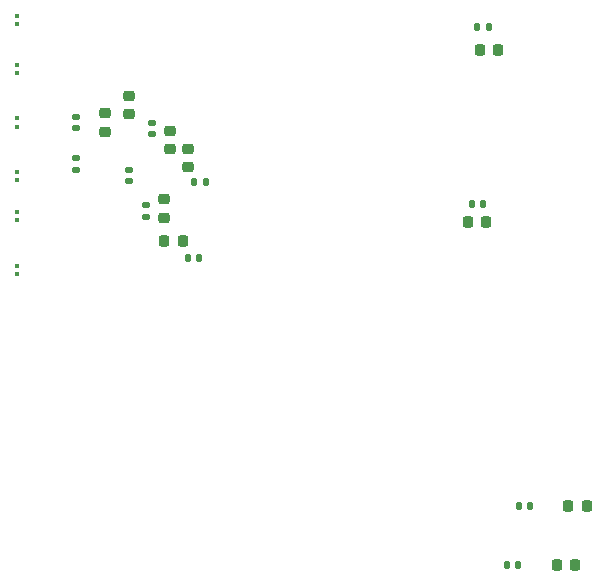
<source format=gbr>
%TF.GenerationSoftware,KiCad,Pcbnew,8.0.6-8.0.6-0~ubuntu24.04.1*%
%TF.CreationDate,2025-02-19T12:31:26-10:00*%
%TF.ProjectId,board_main,626f6172-645f-46d6-9169-6e2e6b696361,rev?*%
%TF.SameCoordinates,Original*%
%TF.FileFunction,Paste,Bot*%
%TF.FilePolarity,Positive*%
%FSLAX46Y46*%
G04 Gerber Fmt 4.6, Leading zero omitted, Abs format (unit mm)*
G04 Created by KiCad (PCBNEW 8.0.6-8.0.6-0~ubuntu24.04.1) date 2025-02-19 12:31:26*
%MOMM*%
%LPD*%
G01*
G04 APERTURE LIST*
G04 Aperture macros list*
%AMRoundRect*
0 Rectangle with rounded corners*
0 $1 Rounding radius*
0 $2 $3 $4 $5 $6 $7 $8 $9 X,Y pos of 4 corners*
0 Add a 4 corners polygon primitive as box body*
4,1,4,$2,$3,$4,$5,$6,$7,$8,$9,$2,$3,0*
0 Add four circle primitives for the rounded corners*
1,1,$1+$1,$2,$3*
1,1,$1+$1,$4,$5*
1,1,$1+$1,$6,$7*
1,1,$1+$1,$8,$9*
0 Add four rect primitives between the rounded corners*
20,1,$1+$1,$2,$3,$4,$5,0*
20,1,$1+$1,$4,$5,$6,$7,0*
20,1,$1+$1,$6,$7,$8,$9,0*
20,1,$1+$1,$8,$9,$2,$3,0*%
G04 Aperture macros list end*
%ADD10RoundRect,0.079500X-0.100500X0.079500X-0.100500X-0.079500X0.100500X-0.079500X0.100500X0.079500X0*%
%ADD11RoundRect,0.225000X-0.225000X-0.250000X0.225000X-0.250000X0.225000X0.250000X-0.225000X0.250000X0*%
%ADD12RoundRect,0.140000X0.170000X-0.140000X0.170000X0.140000X-0.170000X0.140000X-0.170000X-0.140000X0*%
%ADD13RoundRect,0.140000X0.140000X0.170000X-0.140000X0.170000X-0.140000X-0.170000X0.140000X-0.170000X0*%
%ADD14RoundRect,0.225000X0.250000X-0.225000X0.250000X0.225000X-0.250000X0.225000X-0.250000X-0.225000X0*%
%ADD15RoundRect,0.225000X-0.250000X0.225000X-0.250000X-0.225000X0.250000X-0.225000X0.250000X0.225000X0*%
%ADD16RoundRect,0.225000X0.225000X0.250000X-0.225000X0.250000X-0.225000X-0.250000X0.225000X-0.250000X0*%
%ADD17RoundRect,0.140000X-0.140000X-0.170000X0.140000X-0.170000X0.140000X0.170000X-0.140000X0.170000X0*%
%ADD18RoundRect,0.140000X-0.170000X0.140000X-0.170000X-0.140000X0.170000X-0.140000X0.170000X0.140000X0*%
G04 APERTURE END LIST*
D10*
%TO.C,C18*%
X111500000Y-90155000D03*
X111500000Y-90845000D03*
%TD*%
D11*
%TO.C,C27*%
X158225000Y-127500000D03*
X159775000Y-127500000D03*
%TD*%
D10*
%TO.C,C22*%
X111500000Y-107155000D03*
X111500000Y-107845000D03*
%TD*%
%TO.C,C19*%
X111500000Y-94655000D03*
X111500000Y-95345000D03*
%TD*%
D12*
%TO.C,C7*%
X116500000Y-98980000D03*
X116500000Y-98020000D03*
%TD*%
D13*
%TO.C,C14*%
X126960000Y-106500000D03*
X126000000Y-106500000D03*
%TD*%
D14*
%TO.C,C3*%
X119000000Y-95775000D03*
X119000000Y-94225000D03*
%TD*%
D10*
%TO.C,C20*%
X111500000Y-99155000D03*
X111500000Y-99845000D03*
%TD*%
D12*
%TO.C,C16*%
X123000000Y-95980000D03*
X123000000Y-95020000D03*
%TD*%
D10*
%TO.C,C17*%
X111500000Y-85975000D03*
X111500000Y-86665000D03*
%TD*%
D13*
%TO.C,C28*%
X154980000Y-127500000D03*
X154020000Y-127500000D03*
%TD*%
D12*
%TO.C,C4*%
X121000000Y-99960000D03*
X121000000Y-99000000D03*
%TD*%
D15*
%TO.C,C33*%
X124000000Y-101515000D03*
X124000000Y-103065000D03*
%TD*%
D13*
%TO.C,C26*%
X150980000Y-101892800D03*
X150020000Y-101892800D03*
%TD*%
D16*
%TO.C,C23*%
X152275000Y-88892800D03*
X150725000Y-88892800D03*
%TD*%
%TO.C,C13*%
X125550000Y-105000000D03*
X124000000Y-105000000D03*
%TD*%
%TO.C,C29*%
X158775000Y-132500000D03*
X157225000Y-132500000D03*
%TD*%
D17*
%TO.C,C12*%
X126540000Y-100000000D03*
X127500000Y-100000000D03*
%TD*%
D14*
%TO.C,C31*%
X121000000Y-94275000D03*
X121000000Y-92725000D03*
%TD*%
D18*
%TO.C,C32*%
X122500000Y-102020000D03*
X122500000Y-102980000D03*
%TD*%
D16*
%TO.C,C25*%
X151275000Y-103392800D03*
X149725000Y-103392800D03*
%TD*%
D13*
%TO.C,C24*%
X151480000Y-86892800D03*
X150520000Y-86892800D03*
%TD*%
D18*
%TO.C,C5*%
X116500000Y-94520000D03*
X116500000Y-95480000D03*
%TD*%
D14*
%TO.C,C15*%
X124500000Y-97275000D03*
X124500000Y-95725000D03*
%TD*%
D10*
%TO.C,C21*%
X111500000Y-102535000D03*
X111500000Y-103225000D03*
%TD*%
D17*
%TO.C,C30*%
X153020000Y-132500000D03*
X153980000Y-132500000D03*
%TD*%
D14*
%TO.C,C11*%
X126000000Y-98775000D03*
X126000000Y-97225000D03*
%TD*%
M02*

</source>
